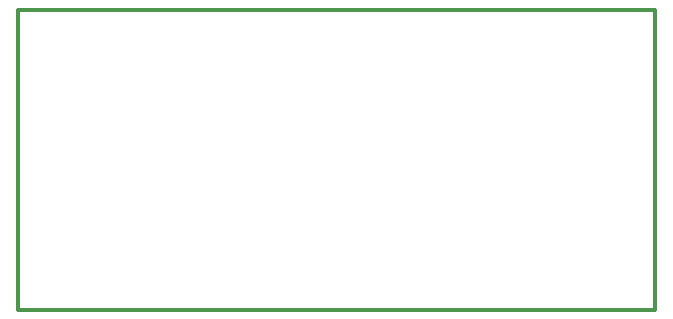
<source format=gbr>
%TF.GenerationSoftware,Altium Limited,Altium Designer,19.0.15 (446)*%
G04 Layer_Color=16711935*
%FSLAX45Y45*%
%MOMM*%
%TF.FileFunction,Other,Mechanical_1*%
%TF.Part,Single*%
G01*
G75*
%TA.AperFunction,NonConductor*%
%ADD81C,0.30000*%
D81*
X9969500Y8509000D02*
X15367000D01*
X9969500Y5969000D02*
X15367000D01*
Y8509000D01*
X9969500Y5969000D02*
Y8509000D01*
%TF.MD5,38b67e3b0d2674ca717e3c16ac47dd8d*%
M02*

</source>
